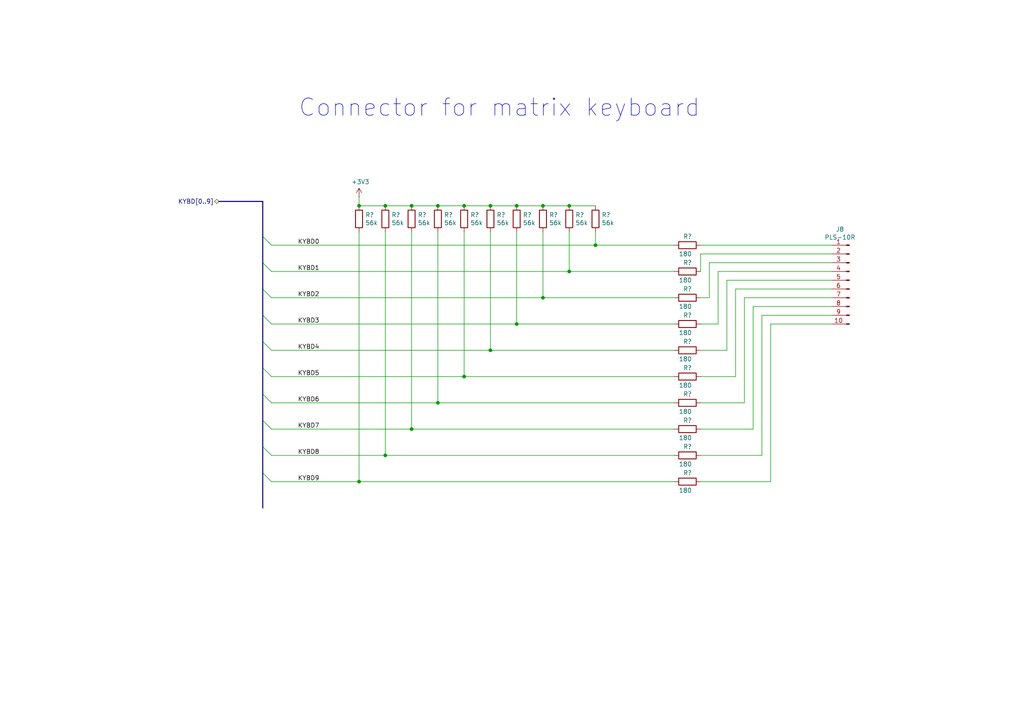
<source format=kicad_sch>
(kicad_sch (version 20250114) (generator "eeschema") (generator_version "9.0")
  (paper "A4")
  (title_block (title "Furnace controller") (date "2026-01-08") (rev "1.1") (company "Yuri Volkov"))
  (lib_symbols
    (symbol "Connector:Conn_01x10_Male" (pin_names (offset 1.016) (hide yes))
      (property "Reference" "J" (at 0 12.7 0))
      (property "Value" "Connector_Conn_01x10_Male" (at 0 -15.24 0))
      (symbol "Conn_01x10_Male_1_1"
        (rectangle (start 0.8636 10.287) (end 0 10.033) (stroke (width 0.1524)) (fill (type outline)))
        (rectangle (start 0.8636 7.747) (end 0 7.493) (stroke (width 0.1524)) (fill (type outline)))
        (rectangle (start 0.8636 5.207) (end 0 4.953) (stroke (width 0.1524)) (fill (type outline)))
        (rectangle (start 0.8636 2.667) (end 0 2.413) (stroke (width 0.1524)) (fill (type outline)))
        (rectangle (start 0.8636 0.127) (end 0 -0.127) (stroke (width 0.1524)) (fill (type outline)))
        (rectangle (start 0.8636 -2.413) (end 0 -2.667) (stroke (width 0.1524)) (fill (type outline)))
        (rectangle (start 0.8636 -4.953) (end 0 -5.207) (stroke (width 0.1524)) (fill (type outline)))
        (rectangle (start 0.8636 -7.493) (end 0 -7.747) (stroke (width 0.1524)) (fill (type outline)))
        (rectangle (start 0.8636 -10.033) (end 0 -10.287) (stroke (width 0.1524)) (fill (type outline)))
        (rectangle (start 0.8636 -12.573) (end 0 -12.827) (stroke (width 0.1524)) (fill (type outline)))
        (polyline (pts (xy 1.27 10.16) (xy 0.8636 10.16)) (stroke (width 0.1524)))
        (polyline (pts (xy 1.27 7.62) (xy 0.8636 7.62)) (stroke (width 0.1524)))
        (polyline (pts (xy 1.27 5.08) (xy 0.8636 5.08)) (stroke (width 0.1524)))
        (polyline (pts (xy 1.27 2.54) (xy 0.8636 2.54)) (stroke (width 0.1524)))
        (polyline (pts (xy 1.27 0) (xy 0.8636 0)) (stroke (width 0.1524)))
        (polyline (pts (xy 1.27 -2.54) (xy 0.8636 -2.54)) (stroke (width 0.1524)))
        (polyline (pts (xy 1.27 -5.08) (xy 0.8636 -5.08)) (stroke (width 0.1524)))
        (polyline (pts (xy 1.27 -7.62) (xy 0.8636 -7.62)) (stroke (width 0.1524)))
        (polyline (pts (xy 1.27 -10.16) (xy 0.8636 -10.16)) (stroke (width 0.1524)))
        (polyline (pts (xy 1.27 -12.7) (xy 0.8636 -12.7)) (stroke (width 0.1524)))
        (pin passive line (at 5.08 10.16 180) (length 3.81) (name "Pin_1") (number "1"))
        (pin passive line (at 5.08 7.62 180) (length 3.81) (name "Pin_2") (number "2"))
        (pin passive line (at 5.08 5.08 180) (length 3.81) (name "Pin_3") (number "3"))
        (pin passive line (at 5.08 2.54 180) (length 3.81) (name "Pin_4") (number "4"))
        (pin passive line (at 5.08 0 180) (length 3.81) (name "Pin_5") (number "5"))
        (pin passive line (at 5.08 -2.54 180) (length 3.81) (name "Pin_6") (number "6"))
        (pin passive line (at 5.08 -5.08 180) (length 3.81) (name "Pin_7") (number "7"))
        (pin passive line (at 5.08 -7.62 180) (length 3.81) (name "Pin_8") (number "8"))
        (pin passive line (at 5.08 -10.16 180) (length 3.81) (name "Pin_9") (number "9"))
        (pin passive line (at 5.08 -12.7 180) (length 3.81) (name "Pin_10") (number "10"))
      )
    )
    (symbol "Device:R" (pin_numbers (hide yes)) (pin_names (offset 0))
      (property "Reference" "R" (at 2.032 0 90))
      (property "Value" "R" (at 0 0 90))
      (symbol "R_0_1"
        (rectangle (start -1.016 -2.54) (end 1.016 2.54) (stroke (width 0.254)))
      )
      (symbol "R_1_1"
        (pin passive line (at 0 3.81 270) (length 1.27) (name "~") (number "1"))
        (pin passive line (at 0 -3.81 90) (length 1.27) (name "~") (number "2"))
      )
    )
    (symbol "power:+3V3" (power) (pin_numbers (hide yes)) (pin_names (offset 0) (hide yes))
      (property "Value" "+3V3" (at 0 3.556 0))
      (symbol "+3V3_0_1"
        (polyline (pts (xy -0.762 1.27) (xy 0 2.54)))
        (polyline (pts (xy 0 2.54) (xy 0.762 1.27)))
        (polyline (pts (xy 0 0) (xy 0 2.54)))
      )
      (symbol "+3V3_1_1"
        (pin power_in line (at 0 0 90) (length 0) (name "~") (number "1"))
      )
    )
  )
  (text "Connector for matrix keyboard" (at 203.2 34.29 0) (effects (font (size 5.0038 5.0038)) (justify right bottom)))
  (junction (at 157.48 59.69))
  (junction (at 134.62 109.22))
  (junction (at 142.24 59.69))
  (junction (at 119.38 59.69))
  (junction (at 111.76 59.69))
  (junction (at 127 59.69))
  (junction (at 172.72 71.12))
  (junction (at 149.86 93.98))
  (junction (at 104.14 139.7))
  (junction (at 127 116.84))
  (junction (at 111.76 132.08))
  (junction (at 104.14 59.69))
  (junction (at 157.48 86.36))
  (junction (at 134.62 59.69))
  (junction (at 165.1 59.69))
  (junction (at 142.24 101.6))
  (junction (at 165.1 78.74))
  (junction (at 149.86 59.69))
  (junction (at 119.38 124.46))
  (bus_entry (at 76.2 99.06) (size 2.54 2.54))
  (bus_entry (at 76.2 76.2) (size 2.54 2.54))
  (bus_entry (at 76.2 129.54) (size 2.54 2.54))
  (bus_entry (at 76.2 106.68) (size 2.54 2.54))
  (bus_entry (at 76.2 114.3) (size 2.54 2.54))
  (bus_entry (at 76.2 68.58) (size 2.54 2.54))
  (bus_entry (at 76.2 83.82) (size 2.54 2.54))
  (bus_entry (at 76.2 137.16) (size 2.54 2.54))
  (bus_entry (at 76.2 91.44) (size 2.54 2.54))
  (bus_entry (at 76.2 121.92) (size 2.54 2.54))
  (wire (pts (xy 210.82 101.6) (xy 210.82 81.28)))
  (wire (pts (xy 203.2 86.36) (xy 205.74 86.36)))
  (wire (pts (xy 157.48 59.69) (xy 165.1 59.69)))
  (wire (pts (xy 119.38 67.31) (xy 119.38 124.46)))
  (bus (pts (xy 76.2 58.42) (xy 76.2 68.58)))
  (wire (pts (xy 111.76 59.69) (xy 119.38 59.69)))
  (bus (pts (xy 76.2 83.82) (xy 76.2 91.44)))
  (bus (pts (xy 76.2 76.2) (xy 76.2 83.82)))
  (wire (pts (xy 149.86 93.98) (xy 195.58 93.98)))
  (wire (pts (xy 149.86 59.69) (xy 157.48 59.69)))
  (wire (pts (xy 165.1 67.31) (xy 165.1 78.74)))
  (wire (pts (xy 157.48 86.36) (xy 195.58 86.36)))
  (wire (pts (xy 203.2 109.22) (xy 213.36 109.22)))
  (wire (pts (xy 78.74 93.98) (xy 149.86 93.98)))
  (wire (pts (xy 104.14 59.69) (xy 111.76 59.69)))
  (wire (pts (xy 218.44 88.9) (xy 241.3 88.9)))
  (wire (pts (xy 215.9 86.36) (xy 241.3 86.36)))
  (wire (pts (xy 78.74 86.36) (xy 157.48 86.36)))
  (wire (pts (xy 142.24 59.69) (xy 149.86 59.69)))
  (wire (pts (xy 104.14 67.31) (xy 104.14 139.7)))
  (wire (pts (xy 203.2 139.7) (xy 223.52 139.7)))
  (wire (pts (xy 78.74 139.7) (xy 104.14 139.7)))
  (wire (pts (xy 78.74 101.6) (xy 142.24 101.6)))
  (wire (pts (xy 205.74 76.2) (xy 241.3 76.2)))
  (wire (pts (xy 104.14 139.7) (xy 195.58 139.7)))
  (wire (pts (xy 149.86 67.31) (xy 149.86 93.98)))
  (wire (pts (xy 215.9 116.84) (xy 215.9 86.36)))
  (wire (pts (xy 223.52 93.98) (xy 241.3 93.98)))
  (wire (pts (xy 203.2 71.12) (xy 241.3 71.12)))
  (bus (pts (xy 76.2 121.92) (xy 76.2 129.54)))
  (wire (pts (xy 157.48 67.31) (xy 157.48 86.36)))
  (wire (pts (xy 220.98 91.44) (xy 241.3 91.44)))
  (wire (pts (xy 78.74 124.46) (xy 119.38 124.46)))
  (wire (pts (xy 213.36 83.82) (xy 241.3 83.82)))
  (bus (pts (xy 76.2 99.06) (xy 76.2 106.68)))
  (wire (pts (xy 203.2 124.46) (xy 218.44 124.46)))
  (wire (pts (xy 134.62 109.22) (xy 195.58 109.22)))
  (wire (pts (xy 172.72 71.12) (xy 195.58 71.12)))
  (wire (pts (xy 218.44 124.46) (xy 218.44 88.9)))
  (wire (pts (xy 142.24 67.31) (xy 142.24 101.6)))
  (wire (pts (xy 111.76 132.08) (xy 195.58 132.08)))
  (wire (pts (xy 134.62 59.69) (xy 142.24 59.69)))
  (wire (pts (xy 142.24 101.6) (xy 195.58 101.6)))
  (wire (pts (xy 78.74 109.22) (xy 134.62 109.22)))
  (wire (pts (xy 127 59.69) (xy 134.62 59.69)))
  (bus (pts (xy 76.2 114.3) (xy 76.2 121.92)))
  (bus (pts (xy 76.2 91.44) (xy 76.2 99.06)))
  (bus (pts (xy 76.2 129.54) (xy 76.2 137.16)))
  (wire (pts (xy 119.38 59.69) (xy 127 59.69)))
  (wire (pts (xy 127 116.84) (xy 195.58 116.84)))
  (wire (pts (xy 203.2 116.84) (xy 215.9 116.84)))
  (wire (pts (xy 223.52 139.7) (xy 223.52 93.98)))
  (wire (pts (xy 203.2 101.6) (xy 210.82 101.6)))
  (wire (pts (xy 210.82 81.28) (xy 241.3 81.28)))
  (wire (pts (xy 208.28 78.74) (xy 241.3 78.74)))
  (wire (pts (xy 104.14 57.15) (xy 104.14 59.69)))
  (wire (pts (xy 119.38 124.46) (xy 195.58 124.46)))
  (wire (pts (xy 165.1 59.69) (xy 172.72 59.69)))
  (wire (pts (xy 208.28 93.98) (xy 208.28 78.74)))
  (bus (pts (xy 76.2 106.68) (xy 76.2 114.3)))
  (wire (pts (xy 203.2 132.08) (xy 220.98 132.08)))
  (wire (pts (xy 205.74 86.36) (xy 205.74 76.2)))
  (wire (pts (xy 203.2 93.98) (xy 208.28 93.98)))
  (wire (pts (xy 78.74 116.84) (xy 127 116.84)))
  (bus (pts (xy 76.2 137.16) (xy 76.2 147.32)))
  (wire (pts (xy 203.2 78.74) (xy 203.2 73.66)))
  (wire (pts (xy 172.72 67.31) (xy 172.72 71.12)))
  (bus (pts (xy 76.2 58.42) (xy 63.5 58.42)))
  (wire (pts (xy 165.1 78.74) (xy 195.58 78.74)))
  (wire (pts (xy 213.36 109.22) (xy 213.36 83.82)))
  (wire (pts (xy 78.74 71.12) (xy 172.72 71.12)))
  (wire (pts (xy 78.74 78.74) (xy 165.1 78.74)))
  (wire (pts (xy 134.62 67.31) (xy 134.62 109.22)))
  (wire (pts (xy 127 67.31) (xy 127 116.84)))
  (bus (pts (xy 76.2 68.58) (xy 76.2 76.2)))
  (wire (pts (xy 203.2 73.66) (xy 241.3 73.66)))
  (wire (pts (xy 220.98 132.08) (xy 220.98 91.44)))
  (wire (pts (xy 111.76 67.31) (xy 111.76 132.08)))
  (wire (pts (xy 78.74 132.08) (xy 111.76 132.08)))
  (label "KYBD2" (at 86.36 86.36 0))
  (label "KYBD6" (at 86.36 116.84 0))
  (label "KYBD0" (at 86.36 71.12 0))
  (label "KYBD9" (at 86.36 139.7 0))
  (label "KYBD3" (at 86.36 93.98 0))
  (label "KYBD7" (at 86.36 124.46 0))
  (label "KYBD8" (at 86.36 132.08 0))
  (label "KYBD5" (at 86.36 109.22 0))
  (label "KYBD4" (at 86.36 101.6 0))
  (label "KYBD1" (at 86.36 78.74 0))
  (hierarchical_label "KYBD[0..9]" (shape bidirectional) (at 63.5 58.42 180))
  (symbol (lib_id "Connector:Conn_01x10_Male") (at 246.38 81.28 0) (mirror y) (unit 1)
    (property "Reference" "J8" (at 243.6368 66.5226 0))
    (property "Value" "PLS-10R" (at 243.6368 68.834 0))
    (property "Footprint" "Connector_PinHeader_2.54mm:PinHeader_1x10_P2.54mm_Vertical" (effects (hide yes)))
  )
  (symbol (lib_id "Device:R") (at 199.39 71.12 270) (unit 1)
    (property "Reference" "R28" (at 198.12 68.58 90) (effects (justify left)))
    (property "Value" "180" (at 196.85 73.66 90) (effects (justify left)))
    (property "Footprint" "Resistor_SMD:R_0603_1608Metric_Pad0.98x0.95mm_HandSolder" (effects (hide yes)))
    (instances (project "" (path "" (reference "R?") (unit 1)) (path "" (reference "R28") (unit 1))))
  )
  (symbol (lib_id "Device:R") (at 199.39 78.74 270) (unit 1)
    (property "Reference" "R29" (at 198.12 76.2 90) (effects (justify left)))
    (property "Value" "180" (at 196.85 81.28 90) (effects (justify left)))
    (property "Footprint" "Resistor_SMD:R_0603_1608Metric_Pad0.98x0.95mm_HandSolder" (effects (hide yes)))
    (instances (project "" (path "" (reference "R?") (unit 1)) (path "" (reference "R29") (unit 1))))
  )
  (symbol (lib_id "Device:R") (at 199.39 86.36 270) (unit 1)
    (property "Reference" "R30" (at 198.12 83.82 90) (effects (justify left)))
    (property "Value" "180" (at 196.85 88.9 90) (effects (justify left)))
    (property "Footprint" "Resistor_SMD:R_0603_1608Metric_Pad0.98x0.95mm_HandSolder" (effects (hide yes)))
    (instances (project "" (path "" (reference "R?") (unit 1)) (path "" (reference "R30") (unit 1))))
  )
  (symbol (lib_id "Device:R") (at 199.39 93.98 270) (unit 1)
    (property "Reference" "R31" (at 198.12 91.44 90) (effects (justify left)))
    (property "Value" "180" (at 196.85 96.52 90) (effects (justify left)))
    (property "Footprint" "Resistor_SMD:R_0603_1608Metric_Pad0.98x0.95mm_HandSolder" (effects (hide yes)))
    (instances (project "" (path "" (reference "R?") (unit 1)) (path "" (reference "R31") (unit 1))))
  )
  (symbol (lib_id "Device:R") (at 199.39 101.6 270) (unit 1)
    (property "Reference" "R32" (at 198.12 99.06 90) (effects (justify left)))
    (property "Value" "180" (at 196.85 104.14 90) (effects (justify left)))
    (property "Footprint" "Resistor_SMD:R_0603_1608Metric_Pad0.98x0.95mm_HandSolder" (effects (hide yes)))
    (instances (project "" (path "" (reference "R?") (unit 1)) (path "" (reference "R32") (unit 1))))
  )
  (symbol (lib_id "Device:R") (at 199.39 109.22 270) (unit 1)
    (property "Reference" "R33" (at 198.12 106.68 90) (effects (justify left)))
    (property "Value" "180" (at 196.85 111.76 90) (effects (justify left)))
    (property "Footprint" "Resistor_SMD:R_0603_1608Metric_Pad0.98x0.95mm_HandSolder" (effects (hide yes)))
    (instances (project "" (path "" (reference "R?") (unit 1)) (path "" (reference "R33") (unit 1))))
  )
  (symbol (lib_id "Device:R") (at 199.39 116.84 270) (unit 1)
    (property "Reference" "R34" (at 198.12 114.3 90) (effects (justify left)))
    (property "Value" "180" (at 196.85 119.38 90) (effects (justify left)))
    (property "Footprint" "Resistor_SMD:R_0603_1608Metric_Pad0.98x0.95mm_HandSolder" (effects (hide yes)))
    (instances (project "" (path "" (reference "R?") (unit 1)) (path "" (reference "R34") (unit 1))))
  )
  (symbol (lib_id "Device:R") (at 199.39 124.46 270) (unit 1)
    (property "Reference" "R35" (at 198.12 121.92 90) (effects (justify left)))
    (property "Value" "180" (at 196.85 127 90) (effects (justify left)))
    (property "Footprint" "Resistor_SMD:R_0603_1608Metric_Pad0.98x0.95mm_HandSolder" (effects (hide yes)))
    (instances (project "" (path "" (reference "R?") (unit 1)) (path "" (reference "R35") (unit 1))))
  )
  (symbol (lib_id "Device:R") (at 199.39 132.08 270) (unit 1)
    (property "Reference" "R36" (at 198.12 129.54 90) (effects (justify left)))
    (property "Value" "180" (at 196.85 134.62 90) (effects (justify left)))
    (property "Footprint" "Resistor_SMD:R_0603_1608Metric_Pad0.98x0.95mm_HandSolder" (effects (hide yes)))
    (instances (project "" (path "" (reference "R?") (unit 1)) (path "" (reference "R36") (unit 1))))
  )
  (symbol (lib_id "Device:R") (at 199.39 139.7 270) (unit 1)
    (property "Reference" "R37" (at 198.12 137.16 90) (effects (justify left)))
    (property "Value" "180" (at 196.85 142.24 90) (effects (justify left)))
    (property "Footprint" "Resistor_SMD:R_0603_1608Metric_Pad0.98x0.95mm_HandSolder" (effects (hide yes)))
    (instances (project "" (path "" (reference "R?") (unit 1)) (path "" (reference "R37") (unit 1))))
  )
  (symbol (lib_id "Device:R") (at 172.72 63.5 0) (unit 1)
    (property "Reference" "R27" (at 174.498 62.3316 0) (effects (justify left)))
    (property "Value" "56k" (at 174.498 64.643 0) (effects (justify left)))
    (property "Footprint" "Resistor_SMD:R_0603_1608Metric_Pad0.98x0.95mm_HandSolder" (effects (hide yes)))
    (instances (project "" (path "" (reference "R?") (unit 1)) (path "" (reference "R27") (unit 1))))
  )
  (symbol (lib_id "Device:R") (at 165.1 63.5 0) (unit 1)
    (property "Reference" "R26" (at 166.878 62.3316 0) (effects (justify left)))
    (property "Value" "56k" (at 166.878 64.643 0) (effects (justify left)))
    (property "Footprint" "Resistor_SMD:R_0603_1608Metric_Pad0.98x0.95mm_HandSolder" (effects (hide yes)))
    (instances (project "" (path "" (reference "R?") (unit 1)) (path "" (reference "R26") (unit 1))))
  )
  (symbol (lib_id "Device:R") (at 157.48 63.5 0) (unit 1)
    (property "Reference" "R25" (at 159.258 62.3316 0) (effects (justify left)))
    (property "Value" "56k" (at 159.258 64.643 0) (effects (justify left)))
    (property "Footprint" "Resistor_SMD:R_0603_1608Metric_Pad0.98x0.95mm_HandSolder" (effects (hide yes)))
    (instances (project "" (path "" (reference "R?") (unit 1)) (path "" (reference "R25") (unit 1))))
  )
  (symbol (lib_id "Device:R") (at 149.86 63.5 0) (unit 1)
    (property "Reference" "R24" (at 151.638 62.3316 0) (effects (justify left)))
    (property "Value" "56k" (at 151.638 64.643 0) (effects (justify left)))
    (property "Footprint" "Resistor_SMD:R_0603_1608Metric_Pad0.98x0.95mm_HandSolder" (effects (hide yes)))
    (instances (project "" (path "" (reference "R?") (unit 1)) (path "" (reference "R24") (unit 1))))
  )
  (symbol (lib_id "Device:R") (at 142.24 63.5 0) (unit 1)
    (property "Reference" "R23" (at 144.018 62.3316 0) (effects (justify left)))
    (property "Value" "56k" (at 144.018 64.643 0) (effects (justify left)))
    (property "Footprint" "Resistor_SMD:R_0603_1608Metric_Pad0.98x0.95mm_HandSolder" (effects (hide yes)))
    (instances (project "" (path "" (reference "R?") (unit 1)) (path "" (reference "R23") (unit 1))))
  )
  (symbol (lib_id "Device:R") (at 134.62 63.5 0) (unit 1)
    (property "Reference" "R22" (at 136.398 62.3316 0) (effects (justify left)))
    (property "Value" "56k" (at 136.398 64.643 0) (effects (justify left)))
    (property "Footprint" "Resistor_SMD:R_0603_1608Metric_Pad0.98x0.95mm_HandSolder" (effects (hide yes)))
    (instances (project "" (path "" (reference "R?") (unit 1)) (path "" (reference "R22") (unit 1))))
  )
  (symbol (lib_id "Device:R") (at 127 63.5 0) (unit 1)
    (property "Reference" "R21" (at 128.778 62.3316 0) (effects (justify left)))
    (property "Value" "56k" (at 128.778 64.643 0) (effects (justify left)))
    (property "Footprint" "Resistor_SMD:R_0603_1608Metric_Pad0.98x0.95mm_HandSolder" (effects (hide yes)))
    (instances (project "" (path "" (reference "R?") (unit 1)) (path "" (reference "R21") (unit 1))))
  )
  (symbol (lib_id "Device:R") (at 119.38 63.5 0) (unit 1)
    (property "Reference" "R20" (at 121.158 62.3316 0) (effects (justify left)))
    (property "Value" "56k" (at 121.158 64.643 0) (effects (justify left)))
    (property "Footprint" "Resistor_SMD:R_0603_1608Metric_Pad0.98x0.95mm_HandSolder" (effects (hide yes)))
    (instances (project "" (path "" (reference "R?") (unit 1)) (path "" (reference "R20") (unit 1))))
  )
  (symbol (lib_id "Device:R") (at 111.76 63.5 0) (unit 1)
    (property "Reference" "R19" (at 113.538 62.3316 0) (effects (justify left)))
    (property "Value" "56k" (at 113.538 64.643 0) (effects (justify left)))
    (property "Footprint" "Resistor_SMD:R_0603_1608Metric_Pad0.98x0.95mm_HandSolder" (effects (hide yes)))
    (instances (project "" (path "" (reference "R?") (unit 1)) (path "" (reference "R19") (unit 1))))
  )
  (symbol (lib_id "Device:R") (at 104.14 63.5 0) (unit 1)
    (property "Reference" "R18" (at 105.918 62.3316 0) (effects (justify left)))
    (property "Value" "56k" (at 105.918 64.643 0) (effects (justify left)))
    (property "Footprint" "Resistor_SMD:R_0603_1608Metric_Pad0.98x0.95mm_HandSolder" (effects (hide yes)))
    (instances (project "" (path "" (reference "R?") (unit 1)) (path "" (reference "R18") (unit 1))))
  )
  (symbol (lib_id "power:+3V3") (at 104.14 57.15 0) (unit 1)
    (property "Reference" "#PWR016" (effects (hide yes)))
    (property "Value" "+3V3" (at 104.521 52.7558 0))
    (instances (project "" (path "" (reference "#PWR?") (unit 1)) (path "" (reference "#PWR016") (unit 1))))
  )
)
</source>
